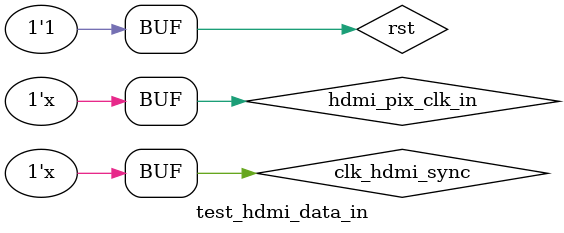
<source format=v>

`timescale 1ns/1ps
module test_hdmi_data_in(

);

reg         clk_hdmi_sync;
reg         hdmi_pix_clk_in;
reg         rst;

wire        vs_out;
wire        de_out;

parameter CLK1_PERIOD = 14;
parameter CLK2_PERIOD = 20;

hdmi_data_in u_hdmi_data_in(
    .clk_hdmi_sync      (clk_hdmi_sync),
    .hdmi_pix_clk_in    (hdmi_pix_clk_in),
    .rst                (rst),

    .vs_out             (vs_out),
    .de_out             (de_out)
);

// ³õÊ¼»¯¸´Î»ºÍÊ±ÖÓ
initial begin
    hdmi_pix_clk_in <= 0;
    clk_hdmi_sync <= 0;
    rst <= 0;
    #1000;
    rst <= 1;
end

always #(CLK1_PERIOD/2) hdmi_pix_clk_in = ~hdmi_pix_clk_in;
always #(CLK2_PERIOD/2) clk_hdmi_sync = ~clk_hdmi_sync;

endmodule
</source>
